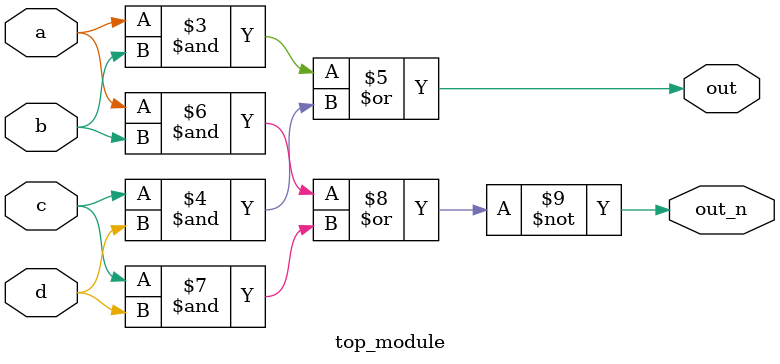
<source format=v>
module top_module(
    input a,
    input b,
    input c,
    input d,
    output out,
    output out_n   ); 
    wire w1,w2;
    assign w1=a&b;
    assign w2=c&d;
    assign out=(a&b)|(c&d);
    assign out_n=~((a&b)|(c&d));

endmodule

</source>
